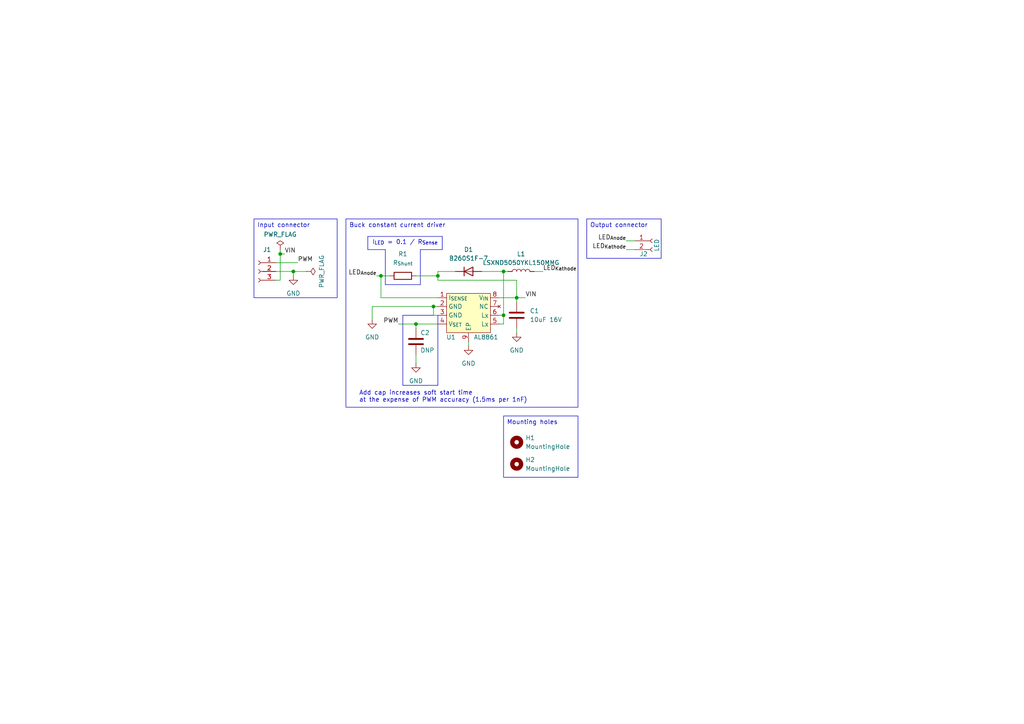
<source format=kicad_sch>
(kicad_sch (version 20230121) (generator eeschema)
  (paper "A4")
  (lib_symbols
    (symbol "Connector:Conn_01x02_Socket" (pin_names (offset 1.016) hide)
      (property "Reference" "J" (at 0 2.54 0))
      (property "Value" "Conn_01x02_Socket" (at 0 -5.08 0))
      (symbol "Conn_01x02_Socket_1_1"
        (arc (start 0 -2.032) (mid -0.5058 -2.54) (end 0 -3.048) (stroke (width 0.1524)))
        (polyline (pts (xy -1.27 -2.54) (xy -0.508 -2.54)) (stroke (width 0.1524)))
        (polyline (pts (xy -1.27 0) (xy -0.508 0)) (stroke (width 0.1524)))
        (arc (start 0 0.508) (mid -0.5058 0) (end 0 -0.508) (stroke (width 0.1524)))
        (pin passive line (at -5.08 0 0) (length 3.81) (name "Pin_1") (number "1"))
        (pin passive line (at -5.08 -2.54 0) (length 3.81) (name "Pin_2") (number "2"))
      )
    )
    (symbol "Connector:Conn_01x03_Socket" (pin_names (offset 1.016) hide)
      (property "Reference" "J" (at 0 5.08 0))
      (property "Value" "Conn_01x03_Socket" (at 0 -5.08 0))
      (symbol "Conn_01x03_Socket_1_1"
        (arc (start 0 -2.032) (mid -0.5058 -2.54) (end 0 -3.048) (stroke (width 0.1524)))
        (polyline (pts (xy -1.27 -2.54) (xy -0.508 -2.54)) (stroke (width 0.1524)))
        (polyline (pts (xy -1.27 0) (xy -0.508 0)) (stroke (width 0.1524)))
        (polyline (pts (xy -1.27 2.54) (xy -0.508 2.54)) (stroke (width 0.1524)))
        (arc (start 0 0.508) (mid -0.5058 0) (end 0 -0.508) (stroke (width 0.1524)))
        (arc (start 0 3.048) (mid -0.5058 2.54) (end 0 2.032) (stroke (width 0.1524)))
        (pin passive line (at -5.08 2.54 0) (length 3.81) (name "Pin_1") (number "1"))
        (pin passive line (at -5.08 0 0) (length 3.81) (name "Pin_2") (number "2"))
        (pin passive line (at -5.08 -2.54 0) (length 3.81) (name "Pin_3") (number "3"))
      )
    )
    (symbol "Device:C" (pin_numbers hide) (pin_names (offset 0.254))
      (property "Reference" "C" (at 0.635 2.54 0))
      (property "Value" "C" (at 0.635 -2.54 0))
      (symbol "C_0_1"
        (polyline (pts (xy -2.032 -0.762) (xy 2.032 -0.762)) (stroke (width 0.508)))
        (polyline (pts (xy -2.032 0.762) (xy 2.032 0.762)) (stroke (width 0.508)))
      )
      (symbol "C_1_1"
        (pin passive line (at 0 3.81 270) (length 2.794) (name "~") (number "1"))
        (pin passive line (at 0 -3.81 90) (length 2.794) (name "~") (number "2"))
      )
    )
    (symbol "Device:D" (pin_numbers hide) (pin_names (offset 1.016) hide)
      (property "Reference" "D" (at 0 2.54 0))
      (property "Value" "D" (at 0 -2.54 0))
      (symbol "D_0_1"
        (polyline (pts (xy -1.27 1.27) (xy -1.27 -1.27)) (stroke (width 0.254)))
        (polyline (pts (xy 1.27 0) (xy -1.27 0)))
        (polyline (pts (xy 1.27 1.27) (xy 1.27 -1.27) (xy -1.27 0) (xy 1.27 1.27)) (stroke (width 0.254)))
      )
      (symbol "D_1_1"
        (pin passive line (at -3.81 0 0) (length 2.54) (name "K") (number "1"))
        (pin passive line (at 3.81 0 180) (length 2.54) (name "A") (number "2"))
      )
    )
    (symbol "Device:L" (pin_numbers hide) (pin_names (offset 1.016) hide)
      (property "Reference" "L" (at -1.27 0 90))
      (property "Value" "L" (at 1.905 0 90))
      (symbol "L_0_1"
        (arc (start 0 -2.54) (mid 0.6323 -1.905) (end 0 -1.27))
        (arc (start 0 -1.27) (mid 0.6323 -0.635) (end 0 0))
        (arc (start 0 0) (mid 0.6323 0.635) (end 0 1.27))
        (arc (start 0 1.27) (mid 0.6323 1.905) (end 0 2.54))
      )
      (symbol "L_1_1"
        (pin passive line (at 0 3.81 270) (length 1.27) (name "1") (number "1"))
        (pin passive line (at 0 -3.81 90) (length 1.27) (name "2") (number "2"))
      )
    )
    (symbol "Device:R" (pin_numbers hide) (pin_names (offset 0))
      (property "Reference" "R" (at 2.032 0 90))
      (property "Value" "R" (at 0 0 90))
      (symbol "R_0_1"
        (rectangle (start -1.016 -2.54) (end 1.016 2.54) (stroke (width 0.254)))
      )
      (symbol "R_1_1"
        (pin passive line (at 0 3.81 270) (length 1.27) (name "~") (number "1"))
        (pin passive line (at 0 -3.81 90) (length 1.27) (name "~") (number "2"))
      )
    )
    (symbol "Mechanical:MountingHole" (pin_names (offset 1.016))
      (property "Reference" "H" (at 0 5.08 0))
      (property "Value" "MountingHole" (at 0 3.175 0))
      (symbol "MountingHole_0_1"
        (circle (center 0 0) (radius 1.27) (stroke (width 1.27)))
      )
    )
    (symbol "extraSymbols:AL8861"
      (property "Reference" "U" (at 0 5.08 0))
      (property "Value" "AL8861" (at 0 7.62 0))
      (symbol "AL8861_1_1"
        (rectangle (start -6.35 6.35) (end 6.35 -5.08) (fill (type background)))
        (pin passive line (at -8.89 5.08 0) (length 2.54) (name "I_{SENSE}") (number "1"))
        (pin passive line (at -8.89 2.54 0) (length 2.54) (name "GND") (number "2"))
        (pin passive line (at -8.89 0 0) (length 2.54) (name "GND") (number "3"))
        (pin passive line (at -8.89 -2.54 0) (length 2.54) (name "V_{SET}") (number "4"))
        (pin passive line (at 8.89 -2.54 180) (length 2.54) (name "L_{X}") (number "5"))
        (pin passive line (at 8.89 0 180) (length 2.54) (name "L_{X}") (number "6"))
        (pin no_connect line (at 8.89 2.54 180) (length 2.54) (name "NC") (number "7"))
        (pin power_in line (at 8.89 5.08 180) (length 2.54) (name "V_{IN}") (number "8"))
        (pin passive line (at 0 -7.62 90) (length 2.54) (name "EP") (number "9"))
      )
    )
    (symbol "power:GND" (power) (pin_names (offset 0))
      (property "Value" "GND" (at 0 -3.81 0))
      (symbol "GND_0_1"
        (polyline (pts (xy 0 0) (xy 0 -1.27) (xy 1.27 -1.27) (xy 0 -2.54) (xy -1.27 -1.27) (xy 0 -1.27)))
      )
      (symbol "GND_1_1"
        (pin power_in line (at 0 0 270) (length 0) hide (name "GND") (number "1"))
      )
    )
    (symbol "power:PWR_FLAG" (power) (pin_numbers hide) (pin_names (offset 0) hide)
      (property "Value" "PWR_FLAG" (at 0 3.81 0))
      (symbol "PWR_FLAG_0_0"
        (pin power_out line (at 0 0 90) (length 0) (name "pwr") (number "1"))
      )
      (symbol "PWR_FLAG_0_1"
        (polyline (pts (xy 0 0) (xy 0 1.27) (xy -1.016 1.905) (xy 0 2.54) (xy 1.016 1.905) (xy 0 1.27)))
      )
    )
  )
  (junction (at 146.05 78.74))
  (junction (at 127 80.01))
  (junction (at 81.28 73.66))
  (junction (at 125.73 88.9))
  (junction (at 120.65 93.98))
  (junction (at 85.09 78.74))
  (junction (at 110.49 80.01))
  (junction (at 149.86 86.36))
  (junction (at 146.05 91.44))
  (wire (pts (xy 110.49 80.01) (xy 110.49 86.36)))
  (polyline (pts (xy 111.76 82.55) (xy 121.92 82.55)))
  (wire (pts (xy 81.28 81.28) (xy 80.01 81.28)))
  (wire (pts (xy 127 88.9) (xy 125.73 88.9)))
  (wire (pts (xy 110.49 86.36) (xy 127 86.36)))
  (wire (pts (xy 149.86 86.36) (xy 152.4 86.36)))
  (wire (pts (xy 149.86 81.28) (xy 149.86 86.36)))
  (wire (pts (xy 144.78 91.44) (xy 146.05 91.44)))
  (wire (pts (xy 149.86 95.25) (xy 149.86 96.52)))
  (polyline (pts (xy 121.92 82.55) (xy 121.92 72.39)))
  (wire (pts (xy 109.22 80.01) (xy 110.49 80.01)))
  (wire (pts (xy 120.65 93.98) (xy 120.65 95.25)))
  (wire (pts (xy 146.05 78.74) (xy 146.05 91.44)))
  (polyline (pts (xy 116.84 91.44) (xy 116.84 111.76)))
  (wire (pts (xy 120.65 80.01) (xy 127 80.01)))
  (wire (pts (xy 80.01 76.2) (xy 86.36 76.2)))
  (wire (pts (xy 127 81.28) (xy 127 80.01)))
  (wire (pts (xy 181.61 72.39) (xy 184.15 72.39)))
  (wire (pts (xy 157.48 78.74) (xy 154.94 78.74)))
  (wire (pts (xy 115.57 93.98) (xy 120.65 93.98)))
  (wire (pts (xy 125.73 88.9) (xy 125.73 91.44)))
  (wire (pts (xy 149.86 81.28) (xy 127 81.28)))
  (polyline (pts (xy 106.68 68.58) (xy 128.27 68.58)))
  (wire (pts (xy 181.61 69.85) (xy 184.15 69.85)))
  (polyline (pts (xy 121.92 72.39) (xy 128.27 72.39)))
  (wire (pts (xy 80.01 78.74) (xy 85.09 78.74)))
  (wire (pts (xy 146.05 78.74) (xy 147.32 78.74)))
  (wire (pts (xy 81.28 72.39) (xy 81.28 73.66)))
  (wire (pts (xy 120.65 102.87) (xy 120.65 105.41)))
  (wire (pts (xy 85.09 78.74) (xy 85.09 80.01)))
  (wire (pts (xy 149.86 86.36) (xy 149.86 87.63)))
  (polyline (pts (xy 116.84 111.76) (xy 127 111.76)))
  (polyline (pts (xy 111.76 72.39) (xy 111.76 82.55)))
  (wire (pts (xy 135.89 99.06) (xy 135.89 100.33)))
  (wire (pts (xy 81.28 73.66) (xy 81.28 81.28)))
  (wire (pts (xy 132.08 78.74) (xy 127 78.74)))
  (polyline (pts (xy 116.84 91.44) (xy 127 91.44)))
  (wire (pts (xy 144.78 93.98) (xy 146.05 93.98)))
  (wire (pts (xy 144.78 86.36) (xy 149.86 86.36)))
  (wire (pts (xy 139.7 78.74) (xy 146.05 78.74)))
  (wire (pts (xy 125.73 91.44) (xy 127 91.44)))
  (wire (pts (xy 120.65 93.98) (xy 127 93.98)))
  (polyline (pts (xy 127 111.76) (xy 127 91.44)))
  (polyline (pts (xy 128.27 72.39) (xy 128.27 68.58)))
  (wire (pts (xy 110.49 80.01) (xy 113.03 80.01)))
  (wire (pts (xy 85.09 78.74) (xy 88.9 78.74)))
  (wire (pts (xy 146.05 91.44) (xy 146.05 93.98)))
  (polyline (pts (xy 106.68 68.58) (xy 106.68 72.39)))
  (wire (pts (xy 127 78.74) (xy 127 80.01)))
  (polyline (pts (xy 106.68 72.39) (xy 111.76 72.39)))
  (wire (pts (xy 81.28 73.66) (xy 82.55 73.66)))
  (wire (pts (xy 107.95 88.9) (xy 125.73 88.9)))
  (wire (pts (xy 107.95 88.9) (xy 107.95 92.71)))
  (text_box "Buck constant current driver" (at 100.33 63.5 0) (size 67.31 54.61) (effects (font (size 1.27 1.27)) (justify left top)))
  (text_box "Output connector" (at 170.18 63.5 0) (size 21.59 11.43) (effects (font (size 1.27 1.27)) (justify left top)))
  (text_box "Mounting holes" (at 146.05 120.65 0) (size 21.59 17.78) (effects (font (size 1.27 1.27)) (justify left top)))
  (text_box "Input connector" (at 73.66 63.5 0) (size 24.13 22.86) (effects (font (size 1.27 1.27)) (justify left top)))
  (text "I_{LED} = 0.1 / R_{Sense}" (at 107.95 71.12 0) (effects (font (size 1.27 1.27)) (justify left bottom)))
  (text "Add cap increases soft start time\nat the expense of PWM accuracy (1.5ms per 1nF)" (at 104.14 116.84 0) (effects (font (size 1.27 1.27)) (justify left bottom)))
  (label "LED_{Anode}" (at 109.22 80.01 180))
  (label "PWM" (at 115.57 93.98 180))
  (label "VIN" (at 82.55 73.66 0))
  (label "PWM" (at 86.36 76.2 0))
  (label "LED_{Kathode}" (at 181.61 72.39 180))
  (label "LED_{Anode}" (at 181.61 69.85 180))
  (label "LED_{Kathode}" (at 157.48 78.74 0))
  (label "VIN" (at 152.4 86.36 0))
  (symbol (lib_id "Connector:Conn_01x02_Socket") (at 189.23 69.85 0) (unit 1)
    (property "Reference" "J2" (at 186.69 73.66 0))
    (property "Value" "LED" (at 190.5 71.12 90))
    (property "Footprint" "Connector_PinHeader_2.54mm:PinHeader_1x02_P2.54mm_Horizontal" (effects hide))
  )
  (symbol (lib_id "Connector:Conn_01x03_Socket") (at 74.93 78.74 0) (mirror y) (unit 1)
    (property "Reference" "J1" (at 77.47 72.39 0))
    (property "Value" "Conn" (effects hide))
    (property "Footprint" "Connector_PinHeader_2.54mm:PinHeader_1x03_P2.54mm_Horizontal" (effects hide))
  )
  (symbol (lib_id "power:PWR_FLAG") (at 81.28 72.39 0) (unit 1)
    (property "Reference" "#FLG01" (effects hide))
    (property "Value" "PWR_FLAG" (at 81.28 67.9958 0))
  )
  (symbol (lib_id "power:GND") (at 85.09 80.01 0) (unit 1)
    (property "Reference" "#PWR01" (effects hide))
    (property "Value" "GND" (at 85.09 85.09 0))
  )
  (symbol (lib_id "power:GND") (at 149.86 96.52 0) (unit 1)
    (property "Reference" "#PWR04" (effects hide))
    (property "Value" "GND" (at 149.86 101.6 0))
  )
  (symbol (lib_id "Device:L") (at 151.13 78.74 90) (unit 1)
    (property "Reference" "L1" (at 151.13 73.66 90))
    (property "Value" "LSXND5050YKL150MMG" (at 151.13 76.2 90))
    (property "Footprint" "Inductor_SMD:L_Taiyo-Yuden_MD-5050" (effects hide))
    (property "Datasheet" "https://ds.yuden.co.jp/TYCOMPAS/ap/detail?pn=LSXND5050YKL150MMG&u=M" (effects hide))
  )
  (symbol (lib_id "extraSymbols:AL8861") (at 135.89 91.44 0) (unit 1)
    (property "Reference" "U1" (at 130.81 97.79 0))
    (property "Value" "AL8861" (at 140.97 97.79 0))
    (property "Footprint" "Package_SO:MSOP-8-1EP_3x3mm_P0.65mm_EP1.5x1.8mm_ThermalVias" (effects hide))
    (property "Datasheet" "https://www.diodes.com/assets/Datasheets/AL8861.pdf" (effects hide))
  )
  (symbol (lib_id "power:GND") (at 135.89 100.33 0) (unit 1)
    (property "Reference" "#PWR03" (effects hide))
    (property "Value" "GND" (at 135.89 105.41 0))
  )
  (symbol (lib_id "power:GND") (at 120.65 105.41 0) (unit 1)
    (property "Reference" "#PWR05" (effects hide))
    (property "Value" "GND" (at 120.65 110.49 0))
  )
  (symbol (lib_id "Device:R") (at 116.84 80.01 90) (unit 1)
    (property "Reference" "R1" (at 116.84 73.66 90))
    (property "Value" "R_{Shunt}" (at 116.84 76.2 90))
    (property "Footprint" "Resistor_SMD:R_0805_2012Metric" (effects hide))
  )
  (symbol (lib_id "Device:D") (at 135.89 78.74 0) (unit 1)
    (property "Reference" "D1" (at 135.89 72.39 0))
    (property "Value" "B260S1F-7" (at 135.89 74.93 0))
    (property "Footprint" "Diode_SMD:D_SOD-123" (effects hide))
    (property "Datasheet" "https://www.diodes.com/assets/Datasheets/B260S1F.pdf" (effects hide))
    (property "Sim.Device" "D" (effects hide))
    (property "Sim.Pins" "1=K 2=A" (effects hide))
  )
  (symbol (lib_id "power:GND") (at 107.95 92.71 0) (unit 1)
    (property "Reference" "#PWR02" (effects hide))
    (property "Value" "GND" (at 107.95 97.79 0))
  )
  (symbol (lib_id "Device:C") (at 149.86 91.44 0) (unit 1)
    (property "Reference" "C1" (at 153.67 90.17 0) (effects (justify left)))
    (property "Value" "10uF 16V" (at 153.67 92.71 0) (effects (justify left)))
    (property "Footprint" "Capacitor_SMD:C_0805_2012Metric" (effects hide))
  )
  (symbol (lib_id "Mechanical:MountingHole") (at 149.86 128.27 0) (unit 1)
    (property "Reference" "H1" (at 152.4 127 0) (effects (justify left)))
    (property "Value" "MountingHole" (at 152.4 129.54 0) (effects (justify left)))
    (property "Footprint" "MountingHole:MountingHole_3.2mm_M3_ISO14580" (effects hide))
  )
  (symbol (lib_id "power:PWR_FLAG") (at 88.9 78.74 270) (unit 1)
    (property "Reference" "#FLG02" (effects hide))
    (property "Value" "PWR_FLAG" (at 93.2942 78.74 0))
  )
  (symbol (lib_id "Device:C") (at 120.65 99.06 0) (unit 1)
    (property "Reference" "C2" (at 121.92 96.52 0) (effects (justify left)))
    (property "Value" "DNP" (at 121.92 101.6 0) (effects (justify left)))
    (property "Footprint" "Capacitor_SMD:C_0603_1608Metric" (effects hide))
  )
  (symbol (lib_id "Mechanical:MountingHole") (at 149.86 134.62 0) (unit 1)
    (property "Reference" "H2" (at 152.4 133.35 0) (effects (justify left)))
    (property "Value" "MountingHole" (at 152.4 135.89 0) (effects (justify left)))
    (property "Footprint" "MountingHole:MountingHole_3.2mm_M3_ISO14580" (effects hide))
  )
)
</source>
